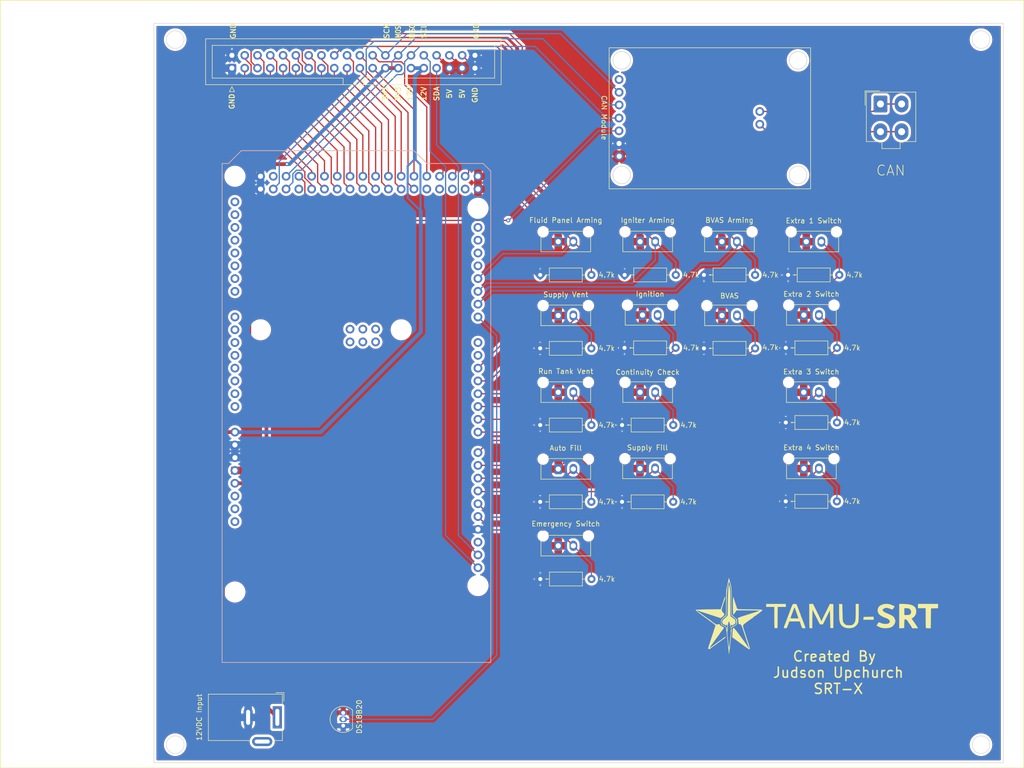
<source format=kicad_pcb>
(kicad_pcb (version 20211014) (generator pcbnew)

  (general
    (thickness 1.6)
  )

  (paper "A4")
  (layers
    (0 "F.Cu" signal)
    (31 "B.Cu" signal)
    (32 "B.Adhes" user "B.Adhesive")
    (33 "F.Adhes" user "F.Adhesive")
    (34 "B.Paste" user)
    (35 "F.Paste" user)
    (36 "B.SilkS" user "B.Silkscreen")
    (37 "F.SilkS" user "F.Silkscreen")
    (38 "B.Mask" user)
    (39 "F.Mask" user)
    (40 "Dwgs.User" user "User.Drawings")
    (41 "Cmts.User" user "User.Comments")
    (42 "Eco1.User" user "User.Eco1")
    (43 "Eco2.User" user "User.Eco2")
    (44 "Edge.Cuts" user)
    (45 "Margin" user)
    (46 "B.CrtYd" user "B.Courtyard")
    (47 "F.CrtYd" user "F.Courtyard")
    (48 "B.Fab" user)
    (49 "F.Fab" user)
    (50 "User.1" user)
    (51 "User.2" user)
    (52 "User.3" user)
    (53 "User.4" user)
    (54 "User.5" user)
    (55 "User.6" user)
    (56 "User.7" user)
    (57 "User.8" user)
    (58 "User.9" user)
  )

  (setup
    (stackup
      (layer "F.SilkS" (type "Top Silk Screen"))
      (layer "F.Paste" (type "Top Solder Paste"))
      (layer "F.Mask" (type "Top Solder Mask") (thickness 0.01))
      (layer "F.Cu" (type "copper") (thickness 0.035))
      (layer "dielectric 1" (type "core") (thickness 1.51) (material "FR4") (epsilon_r 4.5) (loss_tangent 0.02))
      (layer "B.Cu" (type "copper") (thickness 0.035))
      (layer "B.Mask" (type "Bottom Solder Mask") (thickness 0.01))
      (layer "B.Paste" (type "Bottom Solder Paste"))
      (layer "B.SilkS" (type "Bottom Silk Screen"))
      (copper_finish "None")
      (dielectric_constraints no)
    )
    (pad_to_mask_clearance 0)
    (pcbplotparams
      (layerselection 0x00010fc_ffffffff)
      (disableapertmacros false)
      (usegerberextensions true)
      (usegerberattributes true)
      (usegerberadvancedattributes true)
      (creategerberjobfile false)
      (svguseinch false)
      (svgprecision 6)
      (excludeedgelayer true)
      (plotframeref false)
      (viasonmask false)
      (mode 1)
      (useauxorigin false)
      (hpglpennumber 1)
      (hpglpenspeed 20)
      (hpglpendiameter 15.000000)
      (dxfpolygonmode true)
      (dxfimperialunits true)
      (dxfusepcbnewfont true)
      (psnegative false)
      (psa4output false)
      (plotreference true)
      (plotvalue true)
      (plotinvisibletext false)
      (sketchpadsonfab false)
      (subtractmaskfromsilk true)
      (outputformat 1)
      (mirror false)
      (drillshape 0)
      (scaleselection 1)
      (outputdirectory "Gerber Files/")
    )
  )

  (net 0 "")
  (net 1 "+5V")
  (net 2 "GND")
  (net 3 "CAN CS")
  (net 4 "MISO")
  (net 5 "MOSI")
  (net 6 "SCK")
  (net 7 "unconnected-(CM1-Pad7)")
  (net 8 "CANL")
  (net 9 "CANH")
  (net 10 "+12V")
  (net 11 "BVAS Relay LED")
  (net 12 "BVAS LED")
  (net 13 "BVAS Armed Line")
  (net 14 "Run Vent Relay LED")
  (net 15 "Igniter Continuity LED")
  (net 16 "Run Vent LED")
  (net 17 "Igniter LED")
  (net 18 "Supply Vent Relay LED")
  (net 19 "Igniter Relay LED")
  (net 20 "Supply Fill Relay LED")
  (net 21 "Igniter Armed Line")
  (net 22 "unconnected-(XA1-PadRST2)")
  (net 23 "unconnected-(XA1-PadGND4)")
  (net 24 "unconnected-(XA1-PadMOSI)")
  (net 25 "unconnected-(XA1-PadSCK)")
  (net 26 "unconnected-(XA1-Pad5V2)")
  (net 27 "unconnected-(XA1-PadA0)")
  (net 28 "Supply Fill LED")
  (net 29 "Supply Vent LED")
  (net 30 "unconnected-(XA1-PadRST1)")
  (net 31 "unconnected-(XA1-PadIORF)")
  (net 32 "unconnected-(XA1-PadD21)")
  (net 33 "unconnected-(XA1-PadD20)")
  (net 34 "unconnected-(XA1-PadD19)")
  (net 35 "unconnected-(XA1-PadD18)")
  (net 36 "unconnected-(XA1-PadD0)")
  (net 37 "unconnected-(XA1-PadD1)")
  (net 38 "SCL")
  (net 39 "SDA")
  (net 40 "unconnected-(XA1-PadAREF)")
  (net 41 "Auto Fill LED")
  (net 42 "unconnected-(XA1-PadA1)")
  (net 43 "unconnected-(XA1-PadA2)")
  (net 44 "unconnected-(XA1-PadA3)")
  (net 45 "unconnected-(XA1-PadA4)")
  (net 46 "unconnected-(XA1-PadA5)")
  (net 47 "unconnected-(XA1-PadA6)")
  (net 48 "unconnected-(XA1-PadA7)")
  (net 49 "unconnected-(XA1-PadA8)")
  (net 50 "unconnected-(XA1-PadA9)")
  (net 51 "unconnected-(XA1-PadA10)")
  (net 52 "unconnected-(XA1-PadA11)")
  (net 53 "unconnected-(XA1-PadA12)")
  (net 54 "unconnected-(XA1-PadA13)")
  (net 55 "unconnected-(XA1-PadA14)")
  (net 56 "unconnected-(XA1-PadA15)")
  (net 57 "AB COMMS LED")
  (net 58 "Engine Node COMMS LED")
  (net 59 "+3V3")
  (net 60 "Actuator Box Temp 4 Digit")
  (net 61 "4 Digit CLK")
  (net 62 "unconnected-(XA1-PadD53)")
  (net 63 "Control Box Temp 4 Digit")
  (net 64 "unconnected-(XA1-PadMISO)")
  (net 65 "Supply Vent SW")
  (net 66 "Supply Fill SW")
  (net 67 "Run Tank Vent SW")
  (net 68 "Auto Fill SW")
  (net 69 "BVAS SW")
  (net 70 "Continuity SW")
  (net 71 "Ignition SW")
  (net 72 "Emergency SW")
  (net 73 "Extra 1 SW")
  (net 74 "Extra 2 SW")
  (net 75 "Extra 3 SW")
  (net 76 "Extra 4 SW")
  (net 77 "Temp Sensor")
  (net 78 "unconnected-(XA1-PadD26)")
  (net 79 "unconnected-(XA1-PadD28)")
  (net 80 "unconnected-(XA1-PadD48)")
  (net 81 "unconnected-(XA1-PadD22)")
  (net 82 "unconnected-(XA1-PadD24)")
  (net 83 "Fluid Panel Armed Line")
  (net 84 "D36")
  (net 85 "D34")
  (net 86 "D35")
  (net 87 "D33")
  (net 88 "D31")

  (footprint "Resistor_THT:R_Axial_DIN0207_L6.3mm_D2.5mm_P10.16mm_Horizontal" (layer "F.Cu") (at 157.48 112.776))

  (footprint "Connector_Molex:Molex_Micro-Fit_3.0_43650-0215_1x02_P3.00mm_Vertical" (layer "F.Cu") (at 161.036 106.172))

  (footprint "Resistor_THT:R_Axial_DIN0207_L6.3mm_D2.5mm_P10.16mm_Horizontal" (layer "F.Cu") (at 157.988 67.725))

  (footprint "Connector_Molex:Molex_Micro-Fit_3.0_43650-0215_1x02_P3.00mm_Vertical" (layer "F.Cu") (at 144.804 75.785))

  (footprint "Resistor_THT:R_Axial_DIN0207_L6.3mm_D2.5mm_P10.16mm_Horizontal" (layer "F.Cu") (at 189.992 97.028))

  (footprint "Resistor_THT:R_Axial_DIN0207_L6.3mm_D2.5mm_P10.16mm_Horizontal" (layer "F.Cu") (at 190.452 67.725))

  (footprint "Package_TO_SOT_THT:TO-92_Inline" (layer "F.Cu") (at 102.108 157.226 90))

  (footprint "Connector_Molex:Molex_Micro-Fit_3.0_43650-0215_1x02_P3.00mm_Vertical" (layer "F.Cu") (at 177.316 75.785))

  (footprint "Resistor_THT:R_Axial_DIN0207_L6.3mm_D2.5mm_P10.16mm_Horizontal" (layer "F.Cu") (at 157.964 82.203))

  (footprint "Connector_BarrelJack:BarrelJack_Wuerth_6941xx301002" (layer "F.Cu") (at 89.027 155.575 -90))

  (footprint "Connector_Molex:Molex_Micro-Fit_3.0_43650-0215_1x02_P3.00mm_Vertical" (layer "F.Cu") (at 144.804 61.115))

  (footprint "Connector_Molex:Molex_Micro-Fit_3.0_43650-0215_1x02_P3.00mm_Vertical" (layer "F.Cu") (at 144.804 106.265))

  (footprint "Resistor_THT:R_Axial_DIN0207_L6.3mm_D2.5mm_P10.16mm_Horizontal" (layer "F.Cu") (at 141.224 112.776))

  (footprint "Connector_Molex:Molex_Micro-Fit_3.0_43650-0215_1x02_P3.00mm_Vertical" (layer "F.Cu") (at 194.056 61.121))

  (footprint "Resistor_THT:R_Axial_DIN0207_L6.3mm_D2.5mm_P10.16mm_Horizontal" (layer "F.Cu") (at 141.224 67.725))

  (footprint "Connector_Molex:Molex_Micro-Fit_3.0_43650-0215_1x02_P3.00mm_Vertical" (layer "F.Cu") (at 144.804 121.505))

  (footprint "Connector_Molex:Molex_Micro-Fit_3.0_43650-0215_1x02_P3.00mm_Vertical" (layer "F.Cu") (at 193.572 106.172))

  (footprint "Connector_Molex:Molex_Micro-Fit_3.0_43650-0215_1x02_P3.00mm_Vertical" (layer "F.Cu") (at 144.804 91.025))

  (footprint "Connector_Molex:Molex_Micro-Fit_3.0_43650-0215_1x02_P3.00mm_Vertical" (layer "F.Cu") (at 161.06 91.025))

  (footprint "Resistor_THT:R_Axial_DIN0207_L6.3mm_D2.5mm_P10.16mm_Horizontal" (layer "F.Cu") (at 189.98 112.683))

  (footprint "Connector_Molex:Molex_Mini-Fit_Jr_5566-04A_2x02_P4.20mm_Vertical" (layer "F.Cu") (at 208.788 33.782))

  (footprint "Resistor_THT:R_Axial_DIN0207_L6.3mm_D2.5mm_P10.16mm_Horizontal" (layer "F.Cu") (at 141.224 82.296))

  (footprint "Connector_Molex:Molex_Micro-Fit_3.0_43650-0215_1x02_P3.00mm_Vertical" (layer "F.Cu") (at 177.3 61.115))

  (footprint "Connector_IDC:IDC-Header_2x20_P2.54mm_Vertical" (layer "F.Cu") (at 80.01 26.6605 90))

  (footprint "Resistor_THT:R_Axial_DIN0207_L6.3mm_D2.5mm_P10.16mm_Horizontal" (layer "F.Cu") (at 157.48 97.536))

  (footprint "Connector_Molex:Molex_Micro-Fit_3.0_43650-0215_1x02_P3.00mm_Vertical" (layer "F.Cu") (at 193.548 91.025))

  (footprint "Resistor_THT:R_Axial_DIN0207_L6.3mm_D2.5mm_P10.16mm_Horizontal" (layer "F.Cu") (at 141.248 128.109))

  (footprint "Test Specific Electronics:CAN_Module" (layer "F.Cu") (at 154.915 22.619 -90))

  (footprint "Resistor_THT:R_Axial_DIN0207_L6.3mm_D2.5mm_P10.16mm_Horizontal" (layer "F.Cu") (at 173.736 82.296))

  (footprint "Resistor_THT:R_Axial_DIN0207_L6.3mm_D2.5mm_P10.16mm_Horizontal" (layer "F.Cu") (at 189.992 82.203))

  (footprint "Connector_Molex:Molex_Micro-Fit_3.0_43650-0215_1x02_P3.00mm_Vertical" (layer "F.Cu") (at 161.06 61.115))

  (footprint "Connector_Molex:Molex_Micro-Fit_3.0_43650-0215_1x02_P3.00mm_Vertical" (layer "F.Cu") (at 193.572 75.692))

  (footprint "Resistor_THT:R_Axial_DIN0207_L6.3mm_D2.5mm_P10.16mm_Horizontal" (layer "F.Cu") (at 173.736 67.725))

  (footprint "Resistor_THT:R_Axial_DIN0207_L6.3mm_D2.5mm_P10.16mm_Horizontal" (layer "F.Cu") (at 141.224 97.536))

  (footprint "Connector_Molex:Molex_Micro-Fit_3.0_43650-0215_1x02_P3.00mm_Vertical" (layer "F.Cu") (at 161.544 75.692))

  (footprint "Arduino:Arduino_Mega2560_Shield" (layer "B.Cu")
    (tedit 5A8605D3) (tstamp 207f058b-f517-472e-b0d8-39623bdb0f5e)
    (at 78.0655 144.653 90)
    (descr "https://store.arduino.cc/arduino-mega-2560-rev3")
    (property "Sheetfile" "File: Control Box.kicad_sch")
    (property "Sheetname" "")
    (path "/6c9b4d8c-0522-42e4-aef7-f00062b0a606")
    (attr through_hole)
    (fp_text reference "XA1" (at 2.54 54.356 90) (layer "B.SilkS") hide
      (effects (font (size 1 1) (thickness 0.15)) (justify mirror))
      (tstamp a701be3d-bce7-4986-9fbf-d8d90da6d053)
    )
    (fp_text value "Arduino_Mega2560_Shield" (at 15.494 54.356 90) (layer "B.Fab")
      (effects (font (size 1 1) (thickness 0.15)) (justify mirror))
      (tstamp 7c97911c-cd7a-4eb5-81ee-ae1951e7e640)
    )
    (fp_text user "." (at 62.484 32.004 90) (layer "B.SilkS") hide
      (effects (font (size 1 1) (thickness 0.15)) (justify mirror))
      (tstamp 09f7582e-b54b-4680-bb1a-8fe4bcfec258)
    )
    (fp_line (start 97.536 53.34) (end 99.06 51.816) (layer "B.SilkS") (width 0.15) (tstamp 10b9c09a-1a30-41b1-8f9a-b62dcd5bba98))
    (fp_line (start 0 0) (end 99.06 0) (layer "B.SilkS") (width 0.15) (tstamp 280c14a9-fd6e-4a9d-9807-09ff2afbc8a9))
    (fp_line (start 101.6 38.1) (end 99.06 40.64) (layer "B.SilkS") (width 0.15) (tstamp 3666f4ab-b444-4335-85ba-42fb8c7c19bf))
    (fp_line (start 101.6 3.81) (end 101.6 38.1) (layer "B.SilkS") (width 0.15) (tstamp 742ba9b9-8686-47b8-9ea7-f532b416e8c4))
    (fp_line (start 99.06 40.64) (end 99.06 51.816) (layer "B.SilkS") (width 0.15) (tstamp b16e125f-eb3c-4aeb-a4f5-2800614578cd))
    (fp_line (start 0 53.34) (end 0 0) (layer "B.SilkS") (width 0.15) (tstamp b9ef08d7-2cb5-4b3c-8bd3-5caa6a7a8a3d))
    (fp_line (start 99.06 0) (end 99.06 1.27) (layer "B.SilkS") (width 0.15) (tstamp bba0cae2-d5d2-4248-a041-4868694e18f2))
    (fp_line (start 99.06 1.27) (end 101.6 3.81) (layer "B.SilkS") (width 0.15) (tstamp c709eaf9-38ec-4aa6-a5cb-a425d713c0f0))
    (fp_line (start 0 53.34) (end 97.536 53.34) (layer "B.SilkS") (width 0.15) (tstamp fcad2d89-4968-4291-99eb-6b494a27710f))
    (fp_line (start -1.905 12.065) (end 11.43 12.065) (layer "F.CrtYd") (width 0.15) (tstamp 13b9438b-d891-4aad-a0eb-24dbbd755360))
    (fp_line (start 11.43 12.065) (end 11.43 3.175) (layer "F.CrtYd") (width 0.15) (tstamp 24f39331-eb84-419e-be02-d73d8483a1f9))
    (fp_line (start 9.525 32.385) (end -6.35 32.385) (layer "F.CrtYd") (width 0.15) (tstamp 61987488-26d9-4e98-9290-f374cd1c1b17))
    (fp_line (start 9.525 43.815) (end -6.35 43.815) (layer "F.CrtYd") (width 0.15) (tstamp 6408f319-046d-45c7-8ded-4ba0587bf78b))
    (fp_line (start 9.525 43.815) (end 9.525 32.385) (layer "F.CrtYd") (width 0.15) (tstamp 6fa0e204-a0b9-415d-8913-3c9939d41eeb))
    (fp_line (start -1.905 12.065) (end -1.905 3.175) (layer "F.CrtYd") (width 0.15) (tstamp 975fc6c3-ac55-4851-9447-542895aca18f))
    (fp_line (start -1.905 3.175) (end 11.43 3.175) (layer "F.CrtYd") (width 0.15) (tstamp cf53db30-2cba-4b73-a41a-4f5f6a4645b4))
    (fp_line (start -6.35 43.815) (end -6.35 32.385) (layer "F.CrtYd") (width 0.15) (tstamp f04f5fed-8fec-4d2e-8c99-425a4c381a11))
    (pad "" np_thru_hole circle locked (at 15.24 50.8 90) (size 3.2 3.2) (drill 3.2) (layers *.Cu *.Mask) (tstamp 267cc141-5e78-4b3e-9b09-0f64f5cc4d71))
    (pad "" np_thru_hole circle locked (at 66.04 7.62 90) (size 3.2 3.2) (drill 3.2) (layers *.Cu *.Mask) (tstamp 27ee5cfe-b017-46b4-ab24-c0a36faf9aac))
    (pad "" thru_hole oval locked (at 27.94 2.54 90) (size 1.7272 1.7272) (drill 1.016) (layers *.Cu *.Mask) (tstamp 2ad2aa2e-810a-4d63-8a5d-61f3c5966368))
    (pad "" np_thru_hole circle locked (at 66.04 35.56 90) (size 3.2 3.2) (drill 3.2) (layers *.Cu *.Mask) (tstamp 8a3b07df-94ca-4d25-9f6f-3044b2c7f230))
    (pad "" np_thru_hole circle locked (at 90.17 50.8 90) (size 3.2 3.2) (drill 3.2) (layers *.Cu *.Mask) (tstamp b1d3f195-b34d-4650-bacc-79a0ca37c0dd))
    (pad "" np_thru_hole circle locked (at 13.97 2.54 90) (size 3.2 3.2) (drill 3.2) (layers *.Cu *.Mask) (tstamp b386e0ac-48e7-4c80-8119-83fa6abbd316))
    (pad "" np_thru_hole circle locked (at 96.52 2.54 90) (size 3.2 3.2) (drill 3.2) (layers *.Cu *.Mask) (tstamp f0f492a4-2148-453f-b886-843648a61e7a))
    (pad "3V3" thru_hole oval locked (at 35.56 2.54 90) (size 1.7272 1.7272) (drill 1.016) (layers *.Cu *.Mask)
      (net 59 "+3V3") (pinfunction "3.3V") (pintype "power_in") (tstamp 5c777de3-e77c-49e2-8f07-735aae7e5d4e))
    (pad "5V1" thru_hole oval locked (at 38.1 2.54 90) (size 1.7272 1.7272) (drill 1.016) (layers *.Cu *.Mask)
      (net 1 "+5V") (pinfunction "5V") (pintype "power_in") (tstamp 316f0210-2ea2-4b45-bed2-df313919e5dd))
    (pad "5V2" thru_hole oval locked (at 66.167 30.48 90) (size 1.7272 1.7272) (drill 1.016) (layers *.Cu *.Mask)
      (net 26 "unconnected-(XA1-Pad5V2)") (pinfunction "SPI_5V") (pintype "power_in") (tstamp 3d7a2809-1470-4f96-a0a4-34e46e8e503a))
    (pad "5V3" thru_hole oval locked (at 93.98 50.8 90) (size 1.7272 1.7272) (drill 1.016) (layers *.Cu *.Mask)
      (net 1 "+5V") (pinfunction "5V") (pintype "power_in") (tstamp 487bc838-2f66-498b-8b29-0aed6d888f75))
    (pad "5V4" thru_hole oval locked (at 96.52 50.8 90) (size 1.7272 1.7272) (drill 1.016) (layers *.Cu *.Mask)
      (net 1 "+5V") (pinfunction "5V") (pintype "power_in") (tstamp 2e531443-cb26-4ab6-a607-69263ed6cd98))
    (pad "A0" thru_hole oval locked (at 50.8 2.54 90) (size 1.7272 1.7272) (drill 1.016) (layers *.Cu *.Mask)
      (net 27 "unconnected-(XA1-PadA0)") (pinfunction "A0") (pintype "bidirectional") (tstamp efda425f-d0a4-47e3-99e9-6888d6200620))
    (pad "A1" thru_hole oval locked (at 53.34 2.54 90) (size 1.7272 1.7272) (drill 1.016) (layers *.Cu *.Mask)
      (net 42 "unconnected-(XA1-PadA1)") (pinfunction "A1") (pintype "bidirectional") (tstamp 38ae017c-0f89-48a5-873c-3034596acfa8))
    (pad "A2" thru_hole oval locked (at 55.88 2.54 90) (size 1.7272 1.7272) (drill 1.016) (layers *.Cu *.Mask)
      (net 43 "unconnected-(XA1-PadA2)") (pinfunction "A2") (pintype "bidirectional") (tstamp 952d1ccd-8d03-403d-a38e-c9990dcf07ff))
    (pad "A3" thru_hole oval locked (at 58.42 2.54 90) (size 1.7272 1.7272) (drill 1.016) (layers *.Cu *.Mask)
      (net 44 "unconnected-(XA1-PadA3)") (pinfunction "A3") (pintype "bidirectional") (tstamp bc36234f-d4ad-4f87-b495-7a6f32bf7532))
    (pad "A4" thru_hole oval locked (at 60.96 2.54 90) (size 1.7272 1.7272) (drill 1.016) (layers *.Cu *.Mask)
      (net 45 "unconnected-(XA1-PadA4)") (pinfunction "A4") (pintype "bidirectional") (tstamp 14c23804-fb0d-4184-b90c-22e40f7d9eb3))
    (pad "A5" thru_hole oval locked (at 63.5 2.54 90) (size 1.7272 1.7272) (drill 1.016) (layers *.Cu *.Mask)
      (net 46 "unconnected-(XA1-PadA5)") (pinfunction "A5") (pintype "bidirectional") (tstamp b938bb10-2829-4102-b186-0dfd3e969650))
    (pad "A6" thru_hole oval locked (at 66.04 2.54 90) (size 1.7272 1.7272) (drill 1.016) (layers *.Cu *.Mask)
      (net 47 "unconnected-(XA1-PadA6)") (pinfunction "A6") (pintype "bidirectional") (tstamp 422bad6a-c5ff-47be-a46d-cec8b2a18b39))
    (pad "A7" thru_hole oval locked (at 68.58 2.54 90) (size 1.7272 1.7272) (drill 1.016) (layers *.Cu *.Mask)
      (net 48 "unconnected-(XA1-PadA7)") (pinfunction "A7") (pintype "bidirectional") (tstamp a5f99459-4a6f-4af3-b187-2e0ca676a4aa))
    (pad "A8" thru_hole oval locked (at 73.66 2.54 90) (size 1.7272 1.7272) (drill 1.016) (layers *.Cu *.Mask)
      (net 49 "unconnected-(XA1-PadA8)") (pinfunction "A8") (pintype "bidirectional") (tstamp 5b365783-d90a-42c0-a88d-9497ec494a2b))
    (pad "A9" thru_hole oval locked (at 76.2 2.54 90) (size 1.7272 1.7272) (drill 1.016) (layers *.Cu *.Mask)
      (net 50 "unconnected-(XA1-PadA9)") (pinfunction "A9") (pintype "bidirectional") (tstamp 31802d76-f5b5-4b43-ae53-5b9431affb12))
    (pad "A10" thru_hole oval locked (at 78.74 2.54 90) (size 1.7272 1.7272) (drill 1.016) (layers *.Cu *.Mask)
      (net 51 "unconnected-(XA1-PadA10)") (pinfunction "A10") (pintype "bidirectional") (tstamp f7d91734-c619-4b32-8a98-0267861fbef0))
    (pad "A11" thru_hole oval locked (at 81.28 2.54 90) (size 1.7272 1.7272) (drill 1.016) (layers *.Cu *.Mask)
      (net 52 "unconnected-(XA1-PadA11)") (pinfunction "A11") (pintype "bidirectional") (tstamp c89f3f08-119c-4e76-8633-02fcf87e1855))
    (pad "A12" thru_hole oval locked (at 83.82 2.54 90) (size 1.7272 1.7272) (drill 1.016) (layers *.Cu *.Mask)
      (net 53 "unconnected-(XA1-PadA12)") (pinfunction "A12") (pintype "bidirectional") (tstamp 7e669809-cdb3-45c8-9565-f5c1d712123e))
    (pad "A13" thru_hole oval locked (at 86.36 2.54 90) (size 1.7272 1.7272) (drill 1.016) (layers *.Cu *.Mask)
      (net 54 "unconnected-(XA1-PadA13)") (pinfunction "A13") (pintype "bidirectional") (tstamp e3658aaf-4fe4-4dd5-ae3e-536ac1f5eb13))
    (pad "A14" thru_hole oval locked (at 88.9 2.54 90) (size 1.7272 1.7272) (drill 1.016) (layers *.Cu *.Mask)
      (net 55 "unconnected-(XA1-PadA14)") (pinfunction "A14") (pintype "bidirectional") (tstamp 86e57a9d-200b-46b0-86be-e00345e9abfb))
    (pad "A15" thru_hole oval locked (at 91.44 2.54 90) (size 1.7272 1.7272) (drill 1.016) (layers *.Cu *.Mask)
      (net 56 "unconnected-(XA1-PadA15)") (pinfunction "A15") (pintype "bidirectional") (tstamp 04595e7b-ef09-4a15-84fa-07d38720c14d))
    (pad "AREF" thru_hole oval locked (at 23.876 50.8 90) (size 1.7272 1.7272) (drill 1.016) (layers *.Cu *.Mask)
      (net 40 "unconnected-(XA1-PadAREF)") (pinfunction "AREF") (pintype "input") (tstamp b8229688-b5c3-418a-994b-429377b5e85d))
    (pad "D0" thru_hole oval locked (at 63.5 50.8 90) (size 1.7272 1.7272) (drill 1.016) (layers *.Cu *.Mask)
      (net 36 "unconnected-(XA1-PadD0)") (pinfunction "D0_RX0") (pintype "bidirectional") (tstamp 2b0dafc9-7f92-4623-aa87-2ccec2ff6cd1))
    (pad "D1" thru_hole oval locked (at 60.96 50.8 90) (size 1.7272 1.7272) (drill 1.016) (layers *.Cu *.Mask)
      (net 37 "unconnected-(XA1-PadD1)") (pinfunction "D1_TX0") (pintype "bidirectional") (tstamp 61086cb0-0449-444b-94e0-097080f3c79a))
    (pad "D2" thru_hole oval locked (at 58.42 50.8 90) (size 1.7272 1.7272) (drill 1.016) (layers *.Cu *.Mask)
      (net 73 "Extra 1 SW") (pinfunction "D2_INT0") (pintype "bidirectional") (tstamp ac71a75b-8fb4-4b4b-a3b7-1c6b4673508e))
    (pad "D3" thru_hole oval locked (at 55.88 50.8 90) (size 1.7272 1.7272) (drill 1.016) (layers *.Cu *.Mask)
      (net 65 "Supply Vent SW") (pinfunction "D3_INT1") (pintype "bidirectional") (tstamp 71c2a5b2-93d1-4764-abc6-e70622e14ec5))
    (pad "D4" thru_hole oval locked (at 53.34 50.8 90) (size 1.7272 1.7272) (drill 1.016) (layers *.Cu *.Mask)
      (net 71 "Ignition SW") (pinfunction "D4") (pintype "bidirectional") (tstamp 2bee88c9-c86f-40aa-9acf-4ef8ed185e64))
    (pad "D5" thru_hole oval locked (at 50.8 50.8 90) (size 1.7272 1.7272) (drill 1.016) (layers *.Cu *.Mask)
      (net 69 "BVAS SW") (pinfunction "D5") (pintype "bidirectional") (tstamp fc0500c2-8157-4fe0-afb9-fe8986f9d5d0))
    (pad "D6" thru_hole oval locked (at 48.26 50.8 90) (size 1.7272 1.7272) (drill 1.016) (layers *.Cu *.Mask)
      (net 74 "Extra 2 SW") (pinfunction "D6") (pintype "bidirectional") (tstamp a2e0485f-90b3-41cf-8306-cf4b681c6bec))
    (pad "D7" thru_hole oval locked (at 45.72 50.8 90) (size 1.7272 1.7272) (drill 1.016) (layers *.Cu *.Mask)
      (net 67 "Run Tank Vent SW") (pinfunction "D7") (pintype "bidirectional") (tstamp c6cecd79-d269-41f8-8f5d-d043bcb44aba))
    (pad "D8" thru_hole oval locked (at 41.656 50.8 90) (size 1.7272 1.7272) (drill 1.016) (layers *.Cu *.Mask)
      (net 70 "Continuity SW") (pinfunction "D8") (pintype "bidirectional") (tstamp dbc5ed0a-17d4-485a-9872-5816632672dc))
    (pad "D9" thru_hole oval locked (at 39.116 50.8 90) (size 1.7272 1.7272) (drill 1.016) (layers *.Cu *.Mask)
      (net 75 "Extra 3 SW") (pinfunction "D9") (pintype "bidirectional") (tstamp 91a2bf05-4606-4079-b52e-c0bdfa992457))
    (pad "D10" thru_hole oval locked (at 36.576 50.8 90) (size 1.7272 1.7272) (drill 1.016) (layers *.Cu *.Mask)
      (net 68 "Auto Fill SW") (pinfunction "D10") (pintype "bidirectional") (tstamp 87aba4f6-a8c0-4b87-ac27-3e8f56ce42b8))
    (pad "D11" thru_hole oval locked (at 34.036 50.8 90) (size 1.7272 1.7272) (drill 1.016) (layers *.Cu *.Mask)
      (net 66 "Supply Fill SW") (pinfunction "D11") (pintype "bidirectional") (tstamp ad39012c-38cc-4f4f-a9f3-68bba4848ab6))
    (pad "D12" thru_hole oval locked (at 31.496 50.8 90) (size 1.7272 1.7272) (drill 1.016) (layers *.Cu *.Mask)
      (net 76 "Extra 4 SW") (pinfunction "D12") (pintype "bidirectional") (tstamp 866192b0-2c3a-4fd8-a443-6ccaaf2efa6d))
    (pad "D13" thru_hole oval locked (at 28.956 50.8 90) (size 1.7272 1.7272) (drill 1.016) (layers *.Cu *.Mask)
      (net 72 "Emergency SW") (pinfunction "D13") (pintype "bidirectional") (tstamp 9a8e12d1-bb82-4f75-bf35-9f66104b47e2))
    (pad "D14" thru_hole oval locked (at 68.58 50.8 90) (size 1.7272 1.7272) (drill 1.016) (layers *.Cu *.Mask)
      (net 77 "Temp Sensor") (pinfunction "D14_TX3") (pintype "bidirectional") (tstamp c9ac7faf-42f5-41a3-83ae-e06ab653951e))
    (pad "D15" thru_hole oval locked (at 71.12 50.8 90) (size 1.7272 1.7272) (drill 1.016) (layers *.Cu *.Mask)
      (net 13 "BVAS Armed Line") (pinfunction "D15_RX3") (pintype "bidirectional") (tstamp 61edcff2-6b2e-41be-ae6b-939507fd68ee))
    (pad "D16" thru_hole oval locked (at 73.66 50.8 90) (size 1.7272 1.7272) (drill 1.016) (layers *.Cu *.Mask)
      (net 21 "Igniter Armed Line") (pinfunction "D16_TX2") (pintype "bidirectional") (tstamp 6d3c35bd-a69e-4324-bd76-8005d7b514ae))
    (pad "D17" thru_hole oval locked (at 76.2 50.8 90) (size 1.7272 1.7272) (drill 1.016) (layers *.Cu *.Mask)
      (net 83 "Fluid Panel Armed Line") (pinfunction "D17_RX2") (pintype "bidirectional") (tstamp 6c5bdc7d-057c-4836-9250-951a5f27d317))
    (pad "D18" thru_hole oval locked (at 78.74 50.8 90) (size 1.7272 1.7272) (drill 1.016) (layers *.Cu *.Mask)
      (net 35 "unconnected-(XA1-PadD18)") (pinfunction "D18_TX1") (pintype "bidirectional") (tstamp b7104ee8-54d6-434b-b9d1-b17547183d8d))
    (pad "D19" thru_hole oval locked (at 81.28 50.8 90) (size 1.7272 1.7272) (drill 1.016) (layers *.Cu *.Mask)
      (net 34 "unconnected-(XA1-PadD19)") (pinfunction "D19_RX1") (pintype "bidirectional") (tstamp 46044fb7-bd45-4e82-857b-00491f116146))
    (pad "D20" thru_hole oval locked (at 83.82 50.8 90) (size 1.7272 1.7272) (drill 1.016) (layers *.Cu *.Mask)
      (net 33 "unconnected-(XA1-PadD20)") (pinfunction "D20_SDA") (pintype "bidirectional") (tstamp c59f0f2b-542b-4c1f-9e37-a015b604c3d4))
    (pad "D21" thru_hole oval locked (at 86.36 50.8 90) (size 1.7272 1.7272) (drill 1.016) (layers *.Cu *.Mask)
      (net 32 "unconnected-(XA1-PadD21)") (pinfunction "D21_SCL") (pintype "bidirectional") (tstamp 5cb124ae-d693-44c9-a1d2-c77c19bf6756))
    (pad "D22" thru_hole oval locked (at 93.98 48.26 90) (size 1.7272 1.7272) (drill 1.016) (layers *.Cu *.Mask)
      (net 81 "unconnected-(XA1-PadD22)") (pinfunction "D22") (pintype "bidirectional") (tstamp c71461f7-ab95-4458-9b76-110529b0f9af))
    (pad "D23" thru_hole oval locked (at 96.52 48.26 90) (size 1.7272 1.7272) (drill 1.016) (layers *.Cu *.Mask)
      (net 63 "Control Box Temp 4 Digit") (pinfunction "D23") (pintype "bidirectional") (tstamp 1bb34d63-1b31-4a7a-a6bf-fb3beda742e0))
    (pad "D24" thru_hole oval locked (at 93.98 45.72 90) (size 1.7272 1.7272) (drill 1.016) (layers *.Cu *.Mask)
      (net 82 "unconnected-(XA1-PadD24)") (pinfunction "D24") (pintype "bidirectional") (tstamp 4938128e-d9db-4536-9515-2c4b736ddd9e))
    (pad "D25" thru_hole oval locked (at 96.52 45.72 90) (size 1.7272 1.7272) (drill 1.016) (layers *.Cu *.Mask)
      (net 61 "4 Digit CLK") (pinfunction "D25") (pintype "bidirectional") (tstamp 0734654a-d67a-4728-a77c-b39619347681))
    (pad "D26" thru_hole oval locked (at 93.98 43.18 90) (size 1.7272 1.7272) (drill 1.016) (layers *.Cu *.Mask)
      (net 78 "unconnected-(XA1-PadD26)") (pinfunction "D26") (pintype "bidirectional") (tstamp 854fa6d0-41c1-4bce-bfe2-3876c24d4eea))
    (pad "D27" thru_hole oval locked (at 96.52 43.18 90) (size 1.7272 1.7272) (drill 1.016) (layers *.Cu *.Mask)
      (net 60 "Actuator Box Temp 4 Digit") (pinfunction "D27") (pintype "bidirectional") (tstamp 04dbf1be-0968-4fa2-bfd5-be4ac08841fb))
    (pad "D28" thru_hole oval locked (at 93.98 40.64 90) (size 1.7272 1.7272) (drill 1.016) (layers *.Cu *.Mask)
      (net 79 "unconnected-(XA1-PadD28)") (pinfunction "D28") (pintype "bidirectional") (tstamp 6ec962b0-d8b8-410d-96ff-709b666108e6))
    (pad "D29" thru_hole oval locked (at 96.52 40.64 90) (size 1.7272 1.7272) (drill 1.016) (layers *.Cu *.Mask)
      (net 58 "Engine Node COMMS LED") (pinfunction "D29") (pintype "bidirectional") (tstamp 5691d54a-8c11-4ace-8868-ff31a2263a2c))
    (pad "D30" thru_hole oval locked (at 93.98 38.1 90) (size 1.7272 1.7272) (drill 1.016) (layers *.Cu *.Mask)
      (net 57 "AB COMMS LED") (pinfunction "D30") (pintype "bidirectional") (tstamp dd3b88e0-9808-44d4-ad6f-b40ce1433180))
    (pad "D31" thru_hole oval locked (at 96.52 38.1 90) (size 1.7272 1.7272) (drill 1.016) (layers *.Cu *.Mask)
      (net 88 "D31") (pinfunction "D31") (pintype "bidirectional") (tstamp 6b881893-7ecc-42d1-9778-137e3c6c0ade))
    (pad "D32" thru_hole oval locked (at 93.98 35.56 90) (size 1.7272 1.7272) (drill 1.016) (layers *.Cu *.Mask)
      (net 41 "Auto Fill LED") (pinfunction "D32") (pintype "bidirectional") (tstamp 760b2445-0aed-4541-87bf-c8fb8092b3ab))
    (pad "D33" thru_hole oval locked (at 96.52 35.56 90) (size 1.7272 1.7272) (drill 1.016) (layers *.Cu *.Mask)
      (net 87 "D33") (pinfunction "D33") (pintype "bidirectional") (tstamp a5625a76-dee7-4512-9071-903556b6fd7d))
    (pad "D34" thru_hole oval locked (at 93.98 33.02 90) (size 1.7272 1.7272) (drill 1.016) (layers *.Cu *.Mask)
      (net 85 "D34") (pinfunction "D34") (pintype "bidirectional") (tstamp 2ca246ca-16b4-4ffd-8ddf-709471d2f3b6))
    (pad "D35" thru_hole oval locked (at 96.52 33.02 90) (size 1.7272 1.7272) (drill 1.016) (layers *.Cu *.Mask)
      (net 86 "D35") (pinfunction "D35") (pintype "bidirectional") (tstamp 6e94c346-2c32-4edf-a993-813c9249defb))
    (pad "D36" thru_hole oval locked (at 93.98 30.48 90) (size 1.7272 1.7272) (drill 1.016) (layers *.Cu *.Mask)
      (net 84 "D36") (pinfunction "D36") (pintype "bidirectional") (tstamp e4538b18-95e5-4089-b8b4-cc83a941011f))
    (pad "D37" thru_hole oval locked (at 96.52 30.48 90) (size 1.7272 1.7272) (drill 1.016) (layers *.Cu *.Mask)
      (net 29 "Supply Vent LED") (pinfunction "D37") (pintype "bidirectional") (tstamp 7dcbb17a-d1c3-4c98-9b6e-a00733aa69cc))
    (pad "D38" thru_hole oval locked (at 93.98 27.94 90) (size 1.7272 1.7272) (drill 1.016) (layers *.Cu *.Mask)
      (net 20 "Supply Fill Relay LED") (pinfunction "D38") (pintype "bidirectional") (tstamp ddfd5bf8-fedb-43a0-aa35-23d26f7433a0))
    (pad "D39" thru_hole oval locked (at 96.52 27.94 90) (size 1.7272 1.7272) (drill 1.016) (layers *.Cu *.Mask)
      (net 28 "Supply Fill LED") (pinfunction "D39") (pintype "bidirectional") (tstamp 2d3213bd-d336-4f29-bf7e-01e1760b3764))
    (pad "D40" thru_hole oval locked (at 93.98 25.4 90) (size 1.7272 1.7272) (drill 1.016) (layers *.Cu *.Mask)
      (net 18 "Supply Vent Relay LED") (pinfunction "D40") (pintype "bidirectional") (tstamp 2421f1ae-a0f0-4dbb-b2ae-ff12e4f4978d))
    (pad "D41" thru_hole oval locked (at 96.52 25.4 90) (size 1.7272 1.7272) (drill 1.016) (layers *.Cu *.Mask)
      (net 19 "Igniter Relay LED") (pinfunction "D41") (pintype "bidirectional") (tstamp 96091cdc-66e7-4e66-b20b-1262fe8392b3))
    (pad "D42" thru_hole oval locked (at 93.98 22.86 90) (size 1.7272 1.7272) (drill 1.016) (layers *.Cu *.Mask)
      (net 16 "Run Vent LED") (pinfunction "D42") (pintype "bidirectional") (tstamp c7f96c39-9bf4-4ec4-aa61-4fa8d83251d1))
    (pad "D43" thru_hole oval locked (at 96.52 22.86 90) (size 1.7272 1.7272) (drill 1.016) (layers *.Cu *.Mask)
      (net 17 "Igniter LED") (pinfunction "D43") (pintype "bidirectional") (tstamp b820599c-4162-4920-a0ae-30233c08fd47))
    (pad "D44" thru_hole oval locked (at 93.98 20.32 90) (size 1.7272 1.7272) (drill 1.016) (layers *.Cu *.Mask)
      (net 14 "Run Vent Relay LED") (pinfunction "D44") (pintype "bidirectional") (tstamp c211370d-9df1-4851-a954-13d36d570bef))
    (pad "D45" thru_hole oval locked (at 96.52 20.32 90) (size 1.7272 1.7272) (drill 1.016) (layers *.Cu *.Mask)
      (net 15 "Igniter Continuity LED") (pinfunction "D45") (pintype "bidirectional") (tstamp 301f922f-b5b9-45f1-a62b-647d10a89f4a))
    (pad "D46" thru_hole oval locked (at 93.98 17.78 90) (size 1.7272 1.7272) (drill 1.016) (layers *.Cu *.Mask)
      (net 11 "BVAS Relay LED") (pinfunction "D46") (pintype "bidirectional") (tstamp 0ca375dd-3d0c-496c-ad29-0789279b4c9c))
    (pad "D47" thru_hole oval locked (at 96.52 17.78 90) (size 1.7272 1.7272) (drill 1.016) (layers *.Cu *.Mask)
      (net 12 "BVAS LED") (pinfunction "D47") (pintype "bidirectional") (tstamp ff86eb45-362d-4695-8d3b-a72a380f42b5))
    (pad "D48" thru_hole oval locked (at 93.98 15.24 90) (size 1.7272 1.7272) (drill 1.016) (layers *.Cu *.Mask)
      (net 80 "unconnected-(XA1-PadD48)") (pinfunction "D48") (pintype "bidirectional") (tstamp c81d18dc-5627-49e7-9ac8-8615721f55ed))
    (pad "D49" thru_hole oval locked (at 96.52 15.24 90) (size 1.7272 1.7272) (drill 1.016) (layers *.Cu *.Mask)
      (net 3 "CAN CS") (pinfunction "D49") (pintype "bidirectional") (tstamp ce571651-4487-42e6-8053-f07e1e653a30))
    (pad "D50" thru_hole oval locked (at 93.98 12.7 90) (size 1.7272 1.7272) (drill 1.016) (layers *.Cu *.Mask)
      (net 4 "MISO") (pinfunction "D50") (pintype "bidirectional") (tstamp 07c2189b-3712-41ab-896b-f29c5ae7f56f))
    (pad "D51" thru_hole oval locked (at 96.52 12.7 90) (size 1.7272 1.7272) (drill 1.016) (layers *.Cu *.Mask)
      (net 5 "MOSI") (pinfunction "D51") (pintype "bidirectional") (tstamp 98116505-c1e8-4240-99c9-35519573a3d1))
    (pad "D52" thru_hole oval locked (at 93.98 10.16 90) (size 1.7272 1.7272) (drill 1.016) (layers *.Cu *.Mask)
      (net 6 "SCK") (pinfunction "D52") (pintype "bidirectional") (tstamp df326365-4e7d-4a5a-bcdc-53d1e2244b28))
    (pad "D53" thru_hole oval locked (at 96.52 10.16 90) (size 1.7272 1.7272) (drill 1.016) (layers *.Cu *.Mask)
      (net 62 "unconnected-(XA1-PadD53)") (pinfunction "D53_SS") (pintype "bidirectional") (tstamp 4096537f-ddd5-4f2c-934c-8562b5edea8e))
    (pad "GND1" thru_hole oval locked (at 26.416 50.8 90) (size 1.7272 1.7272) (drill 1.016) (layers *.Cu *.Mask)
      (net 2 "GND") (pinfunction "GND") (pintype "power_in") (tstamp d942860e-a39d-4fa7-972d-f962b9f68b22))
    (pad "GND2" thru_hole oval locked (at 40.64 2.54 90) (size 1.7272 1.7272) (drill 1.016) (layers *.Cu *.Mask)
      (net 2 "GND") (pinfunction "GND") (pintype "power_in") (tstamp 54f4c13c-ec5b-41f9-80c5-015243fea299))
    (pad "GND3" thru_hole oval locked (at 43.18 2.54 90) (size 1.7272 1.7272) (drill 1.016) (layers *.Cu *.Mask)
      (net 2 "GND") (pinfunction "GND") (pintype "power_in") (tstamp 3c9f28d3-2f3f-46b1-aec7-66fc3ea568c4))
    (pad "GND4" thru_hole oval locked (at 66.167 25.4 90) (size 1.7272 1.7272) (drill 1.016) (layers *.Cu *.Mask)
      (net 23 "unconnected-(XA1-PadGND4)") (pinfunction "SPI_GND") (pintype "power_in") (tstamp 3fd224b4-72e5-4f7b-9913-76e459add5ed))
    (pad "GND5" thru_hole oval locked (at 93.98 7.62 90) (size 1.7272 1.7272) (drill 1.016) (layers *.Cu *.Mask)
      (net 2 "GND") (pinfunction "GND") (pintype "power_in") (tstamp 5d3ea358-71a5-4f36-92bb-25f014690d89))
    (pad "GND6" thru_hole oval locked (at 96.52 7.62 90) (size 1.7272 1.7272) (drill 1.016) (layers *.Cu *.Mask)
      (net 2 "GND") (pinfunction "GND") (pintype "power_in") (tstamp 4058c8c3-14bb-46cb-b113-98cf2b39db03))
    (pad "IORF" thru_hole oval locked (at 30.48 2.54 90) (size 1.7272 1.7272) (drill 1.016) (layers *.Cu *.Mask)
      (net 31 "unconnected-(XA1-PadIORF)") (pinfunction "IOREF") (pintype "output") (tstamp a614d89a-4b69-4d93-a07c-5a63b68b7102))
    (pad "MISO" thru_hole oval locked (at 63.627 30.48 90) (size 1.7272 1.7272) (drill 1.016) (layers *.Cu *.Mask)
      (net 64 "unconnected-(XA1-PadMISO)") (pinfunction "SPI_MISO") (pintype "input") (tstamp 2998e6b5-0fd1-4a6f-ad3d-1b8ce88418ce))
    (pad "MOSI" thru_hole oval locked (at 66.167 27.94 90) (size 1.7272 1.7272) (drill 1.016) (layers *.Cu *.Mask)
      (net 24 "unconnected-(XA1-PadMOSI)") (pinfunction "SPI_MOSI") (pintype "output") (tstamp 96b91e8c-259a-4409-a9c9-4c30704529a5))
    (pad "RST1" thru_hole oval locked (at 33.02 2.54 90) (size 1.7272 1.7272) (drill 1.016) (layers *.Cu *.Mask)
      (net 30 "unconnected-(XA1-PadRST1)") (pinfunction "RESET") (pintype "open_collector") (t
... [1370609 chars truncated]
</source>
